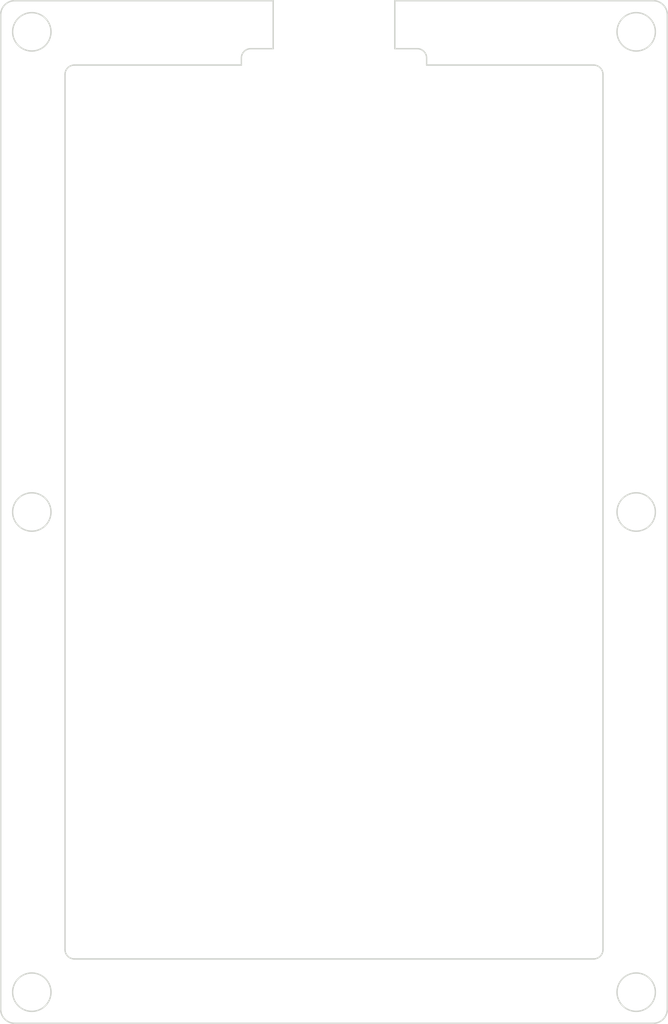
<source format=kicad_pcb>

            
(kicad_pcb (version 20171130) (host pcbnew 5.1.6)

  (page A3)
  (title_block
    (title spacer_plate_bottom)
    (rev 0.1)
    (company ceoloide)
  )

  (general
    (thickness 1.6)
  )

  (layers
    (0 F.Cu signal)
    (31 B.Cu signal)
    (32 B.Adhes user)
    (33 F.Adhes user)
    (34 B.Paste user)
    (35 F.Paste user)
    (36 B.SilkS user)
    (37 F.SilkS user)
    (38 B.Mask user)
    (39 F.Mask user)
    (40 Dwgs.User user)
    (41 Cmts.User user)
    (42 Eco1.User user)
    (43 Eco2.User user)
    (44 Edge.Cuts user)
    (45 Margin user)
    (46 B.CrtYd user)
    (47 F.CrtYd user)
    (48 B.Fab user)
    (49 F.Fab user)
  )

  (setup
    (last_trace_width 0.25)
    (trace_clearance 0.2)
    (zone_clearance 0.508)
    (zone_45_only no)
    (trace_min 0.2)
    (via_size 0.8)
    (via_drill 0.4)
    (via_min_size 0.4)
    (via_min_drill 0.3)
    (uvia_size 0.3)
    (uvia_drill 0.1)
    (uvias_allowed no)
    (uvia_min_size 0.2)
    (uvia_min_drill 0.1)
    (edge_width 0.05)
    (segment_width 0.2)
    (pcb_text_width 0.3)
    (pcb_text_size 1.5 1.5)
    (mod_edge_width 0.12)
    (mod_text_size 1 1)
    (mod_text_width 0.15)
    (pad_size 1.524 1.524)
    (pad_drill 0.762)
    (pad_to_mask_clearance 0.05)
    (aux_axis_origin 0 0)
    (visible_elements FFFFFF7F)
    (pcbplotparams
      (layerselection 0x010fc_ffffffff)
      (usegerberextensions false)
      (usegerberattributes true)
      (usegerberadvancedattributes true)
      (creategerberjobfile true)
      (excludeedgelayer true)
      (linewidth 0.100000)
      (plotframeref false)
      (viasonmask false)
      (mode 1)
      (useauxorigin false)
      (hpglpennumber 1)
      (hpglpenspeed 20)
      (hpglpendiameter 15.000000)
      (psnegative false)
      (psa4output false)
      (plotreference true)
      (plotvalue true)
      (plotinvisibletext false)
      (padsonsilk false)
      (subtractmaskfromsilk false)
      (outputformat 1)
      (mirror false)
      (drillshape 1)
      (scaleselection 1)
      (outputdirectory ""))
  )

            (net 0 "")
            
  (net_class Default "This is the default net class."
    (clearance 0.2)
    (trace_width 0.25)
    (via_dia 0.8)
    (via_drill 0.4)
    (uvia_dia 0.3)
    (uvia_drill 0.1)
    (add_net "")
  )

            
            (gr_line (start 44.875 141.625) (end 113.125 141.625) (angle 90) (layer Edge.Cuts) (width 0.15))
(gr_line (start 114.625 140.125) (end 114.625 33.875) (angle 90) (layer Edge.Cuts) (width 0.15))
(gr_line (start 113.125 32.375) (end 85.5 32.375) (angle 90) (layer Edge.Cuts) (width 0.15))
(gr_line (start 72.5 32.375) (end 44.875 32.375) (angle 90) (layer Edge.Cuts) (width 0.15))
(gr_line (start 43.375 33.875) (end 43.375 140.125) (angle 90) (layer Edge.Cuts) (width 0.15))
(gr_arc (start 113.125 140.125) (end 113.125 141.625) (angle -90) (layer Edge.Cuts) (width 0.15))
(gr_arc (start 113.125 33.875) (end 114.625 33.875) (angle -90) (layer Edge.Cuts) (width 0.15))
(gr_arc (start 44.875 33.875) (end 44.875 32.375) (angle -90) (layer Edge.Cuts) (width 0.15))
(gr_arc (start 44.875 140.125) (end 43.375 140.125) (angle -90) (layer Edge.Cuts) (width 0.15))
(gr_line (start 51.25 134.75) (end 106.75 134.75) (angle 90) (layer Edge.Cuts) (width 0.15))
(gr_line (start 107.75 133.75) (end 107.75 40.25) (angle 90) (layer Edge.Cuts) (width 0.15))
(gr_line (start 106.75 39.25) (end 88.89999999999999 39.25) (angle 90) (layer Edge.Cuts) (width 0.15))
(gr_line (start 69.1 39.25) (end 51.25 39.25) (angle 90) (layer Edge.Cuts) (width 0.15))
(gr_line (start 50.25 40.25) (end 50.25 133.75) (angle 90) (layer Edge.Cuts) (width 0.15))
(gr_arc (start 106.75 133.75) (end 106.75 134.75) (angle -90) (layer Edge.Cuts) (width 0.15))
(gr_arc (start 106.75 40.25) (end 107.75 40.25) (angle -90) (layer Edge.Cuts) (width 0.15))
(gr_arc (start 51.25 40.25) (end 51.25 39.25) (angle -90) (layer Edge.Cuts) (width 0.15))
(gr_arc (start 51.25 133.75) (end 50.25 133.75) (angle -90) (layer Edge.Cuts) (width 0.15))
(gr_circle (center 46.7 35.7) (end 48.75 35.7) (layer Edge.Cuts) (width 0.15))
(gr_circle (center 111.3 35.7) (end 113.35 35.7) (layer Edge.Cuts) (width 0.15))
(gr_circle (center 46.7 87) (end 48.75 87) (layer Edge.Cuts) (width 0.15))
(gr_circle (center 111.3 87) (end 113.35 87) (layer Edge.Cuts) (width 0.15))
(gr_circle (center 46.7 138.3) (end 48.75 138.3) (layer Edge.Cuts) (width 0.15))
(gr_circle (center 111.3 138.3) (end 113.35 138.3) (layer Edge.Cuts) (width 0.15))
(gr_line (start 88.89999999999999 39.25) (end 88.89999999999999 38.5) (angle 90) (layer Edge.Cuts) (width 0.15))
(gr_arc (start 87.89999999999999 38.5) (end 88.89999999999999 38.5) (angle -90) (layer Edge.Cuts) (width 0.15))
(gr_line (start 87.89999999999999 37.5) (end 85.5 37.5) (angle 90) (layer Edge.Cuts) (width 0.15))
(gr_line (start 72.5 37.5) (end 70.1 37.5) (angle 90) (layer Edge.Cuts) (width 0.15))
(gr_arc (start 70.1 38.5) (end 70.1 37.5) (angle -90) (layer Edge.Cuts) (width 0.15))
(gr_line (start 69.1 38.5) (end 69.1 39.25) (angle 90) (layer Edge.Cuts) (width 0.15))
(gr_line (start 85.5 37.5) (end 85.5 32.375) (angle 90) (layer Edge.Cuts) (width 0.15))
(gr_line (start 72.5 32.375) (end 72.5 37.5) (angle 90) (layer Edge.Cuts) (width 0.15))
            
)

        
</source>
